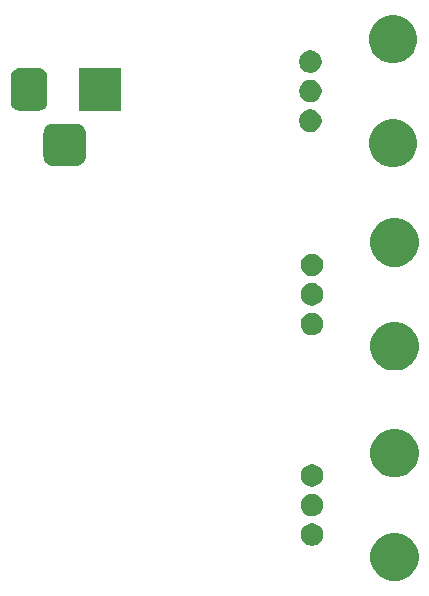
<source format=gbr>
G04 #@! TF.GenerationSoftware,KiCad,Pcbnew,5.0.2-bee76a0~70~ubuntu18.04.1*
G04 #@! TF.CreationDate,2019-12-16T19:01:30-05:00*
G04 #@! TF.ProjectId,LEDStuff,4c454453-7475-4666-962e-6b696361645f,rev?*
G04 #@! TF.SameCoordinates,Original*
G04 #@! TF.FileFunction,Soldermask,Bot*
G04 #@! TF.FilePolarity,Negative*
%FSLAX46Y46*%
G04 Gerber Fmt 4.6, Leading zero omitted, Abs format (unit mm)*
G04 Created by KiCad (PCBNEW 5.0.2-bee76a0~70~ubuntu18.04.1) date Mon 16 Dec 2019 07:01:30 PM EST*
%MOMM*%
%LPD*%
G01*
G04 APERTURE LIST*
%ADD10C,0.100000*%
G04 APERTURE END LIST*
D10*
G36*
X167173752Y-113338818D02*
X167173754Y-113338819D01*
X167173755Y-113338819D01*
X167547013Y-113493427D01*
X167838804Y-113688396D01*
X167882939Y-113717886D01*
X168168614Y-114003561D01*
X168168616Y-114003564D01*
X168393073Y-114339487D01*
X168547681Y-114712745D01*
X168626500Y-115108994D01*
X168626500Y-115513006D01*
X168547681Y-115909255D01*
X168393073Y-116282513D01*
X168393072Y-116282514D01*
X168168614Y-116618439D01*
X167882939Y-116904114D01*
X167882936Y-116904116D01*
X167547013Y-117128573D01*
X167173755Y-117283181D01*
X167173754Y-117283181D01*
X167173752Y-117283182D01*
X166777507Y-117362000D01*
X166373493Y-117362000D01*
X165977248Y-117283182D01*
X165977246Y-117283181D01*
X165977245Y-117283181D01*
X165603987Y-117128573D01*
X165268064Y-116904116D01*
X165268061Y-116904114D01*
X164982386Y-116618439D01*
X164757928Y-116282514D01*
X164757927Y-116282513D01*
X164603319Y-115909255D01*
X164524500Y-115513006D01*
X164524500Y-115108994D01*
X164603319Y-114712745D01*
X164757927Y-114339487D01*
X164982384Y-114003564D01*
X164982386Y-114003561D01*
X165268061Y-113717886D01*
X165312196Y-113688396D01*
X165603987Y-113493427D01*
X165977245Y-113338819D01*
X165977246Y-113338819D01*
X165977248Y-113338818D01*
X166373493Y-113260000D01*
X166777507Y-113260000D01*
X167173752Y-113338818D01*
X167173752Y-113338818D01*
G37*
G36*
X159852896Y-112496546D02*
X160025966Y-112568234D01*
X160181730Y-112672312D01*
X160314188Y-112804770D01*
X160418266Y-112960534D01*
X160489954Y-113133604D01*
X160526500Y-113317333D01*
X160526500Y-113504667D01*
X160489954Y-113688396D01*
X160418266Y-113861466D01*
X160314188Y-114017230D01*
X160181730Y-114149688D01*
X160025966Y-114253766D01*
X159852896Y-114325454D01*
X159669167Y-114362000D01*
X159481833Y-114362000D01*
X159298104Y-114325454D01*
X159125034Y-114253766D01*
X158969270Y-114149688D01*
X158836812Y-114017230D01*
X158732734Y-113861466D01*
X158661046Y-113688396D01*
X158624500Y-113504667D01*
X158624500Y-113317333D01*
X158661046Y-113133604D01*
X158732734Y-112960534D01*
X158836812Y-112804770D01*
X158969270Y-112672312D01*
X159125034Y-112568234D01*
X159298104Y-112496546D01*
X159481833Y-112460000D01*
X159669167Y-112460000D01*
X159852896Y-112496546D01*
X159852896Y-112496546D01*
G37*
G36*
X159852896Y-109996546D02*
X160025966Y-110068234D01*
X160181730Y-110172312D01*
X160314188Y-110304770D01*
X160418266Y-110460534D01*
X160489954Y-110633604D01*
X160526500Y-110817333D01*
X160526500Y-111004667D01*
X160489954Y-111188396D01*
X160418266Y-111361466D01*
X160314188Y-111517230D01*
X160181730Y-111649688D01*
X160025966Y-111753766D01*
X159852896Y-111825454D01*
X159669167Y-111862000D01*
X159481833Y-111862000D01*
X159298104Y-111825454D01*
X159125034Y-111753766D01*
X158969270Y-111649688D01*
X158836812Y-111517230D01*
X158732734Y-111361466D01*
X158661046Y-111188396D01*
X158624500Y-111004667D01*
X158624500Y-110817333D01*
X158661046Y-110633604D01*
X158732734Y-110460534D01*
X158836812Y-110304770D01*
X158969270Y-110172312D01*
X159125034Y-110068234D01*
X159298104Y-109996546D01*
X159481833Y-109960000D01*
X159669167Y-109960000D01*
X159852896Y-109996546D01*
X159852896Y-109996546D01*
G37*
G36*
X159852896Y-107496546D02*
X160025966Y-107568234D01*
X160181730Y-107672312D01*
X160314188Y-107804770D01*
X160418266Y-107960534D01*
X160489954Y-108133604D01*
X160526500Y-108317333D01*
X160526500Y-108504667D01*
X160489954Y-108688396D01*
X160418266Y-108861466D01*
X160314188Y-109017230D01*
X160181730Y-109149688D01*
X160025966Y-109253766D01*
X159852896Y-109325454D01*
X159669167Y-109362000D01*
X159481833Y-109362000D01*
X159298104Y-109325454D01*
X159125034Y-109253766D01*
X158969270Y-109149688D01*
X158836812Y-109017230D01*
X158732734Y-108861466D01*
X158661046Y-108688396D01*
X158624500Y-108504667D01*
X158624500Y-108317333D01*
X158661046Y-108133604D01*
X158732734Y-107960534D01*
X158836812Y-107804770D01*
X158969270Y-107672312D01*
X159125034Y-107568234D01*
X159298104Y-107496546D01*
X159481833Y-107460000D01*
X159669167Y-107460000D01*
X159852896Y-107496546D01*
X159852896Y-107496546D01*
G37*
G36*
X167173752Y-104538818D02*
X167173754Y-104538819D01*
X167173755Y-104538819D01*
X167547013Y-104693427D01*
X167547014Y-104693428D01*
X167882939Y-104917886D01*
X168168614Y-105203561D01*
X168168616Y-105203564D01*
X168393073Y-105539487D01*
X168547681Y-105912745D01*
X168626500Y-106308994D01*
X168626500Y-106713006D01*
X168547681Y-107109255D01*
X168393073Y-107482513D01*
X168335796Y-107568234D01*
X168168614Y-107818439D01*
X167882939Y-108104114D01*
X167882936Y-108104116D01*
X167547013Y-108328573D01*
X167173755Y-108483181D01*
X167173754Y-108483181D01*
X167173752Y-108483182D01*
X166777507Y-108562000D01*
X166373493Y-108562000D01*
X165977248Y-108483182D01*
X165977246Y-108483181D01*
X165977245Y-108483181D01*
X165603987Y-108328573D01*
X165268064Y-108104116D01*
X165268061Y-108104114D01*
X164982386Y-107818439D01*
X164815204Y-107568234D01*
X164757927Y-107482513D01*
X164603319Y-107109255D01*
X164524500Y-106713006D01*
X164524500Y-106308994D01*
X164603319Y-105912745D01*
X164757927Y-105539487D01*
X164982384Y-105203564D01*
X164982386Y-105203561D01*
X165268061Y-104917886D01*
X165603986Y-104693428D01*
X165603987Y-104693427D01*
X165977245Y-104538819D01*
X165977246Y-104538819D01*
X165977248Y-104538818D01*
X166373493Y-104460000D01*
X166777507Y-104460000D01*
X167173752Y-104538818D01*
X167173752Y-104538818D01*
G37*
G36*
X167173752Y-95495318D02*
X167173754Y-95495319D01*
X167173755Y-95495319D01*
X167547013Y-95649927D01*
X167838804Y-95844896D01*
X167882939Y-95874386D01*
X168168614Y-96160061D01*
X168168616Y-96160064D01*
X168393073Y-96495987D01*
X168547681Y-96869245D01*
X168626500Y-97265494D01*
X168626500Y-97669506D01*
X168547681Y-98065755D01*
X168393073Y-98439013D01*
X168393072Y-98439014D01*
X168168614Y-98774939D01*
X167882939Y-99060614D01*
X167882936Y-99060616D01*
X167547013Y-99285073D01*
X167173755Y-99439681D01*
X167173754Y-99439681D01*
X167173752Y-99439682D01*
X166777507Y-99518500D01*
X166373493Y-99518500D01*
X165977248Y-99439682D01*
X165977246Y-99439681D01*
X165977245Y-99439681D01*
X165603987Y-99285073D01*
X165268064Y-99060616D01*
X165268061Y-99060614D01*
X164982386Y-98774939D01*
X164757928Y-98439014D01*
X164757927Y-98439013D01*
X164603319Y-98065755D01*
X164524500Y-97669506D01*
X164524500Y-97265494D01*
X164603319Y-96869245D01*
X164757927Y-96495987D01*
X164982384Y-96160064D01*
X164982386Y-96160061D01*
X165268061Y-95874386D01*
X165312196Y-95844896D01*
X165603987Y-95649927D01*
X165977245Y-95495319D01*
X165977246Y-95495319D01*
X165977248Y-95495318D01*
X166373493Y-95416500D01*
X166777507Y-95416500D01*
X167173752Y-95495318D01*
X167173752Y-95495318D01*
G37*
G36*
X159852896Y-94653046D02*
X160025966Y-94724734D01*
X160181730Y-94828812D01*
X160314188Y-94961270D01*
X160418266Y-95117034D01*
X160489954Y-95290104D01*
X160526500Y-95473833D01*
X160526500Y-95661167D01*
X160489954Y-95844896D01*
X160418266Y-96017966D01*
X160314188Y-96173730D01*
X160181730Y-96306188D01*
X160025966Y-96410266D01*
X159852896Y-96481954D01*
X159669167Y-96518500D01*
X159481833Y-96518500D01*
X159298104Y-96481954D01*
X159125034Y-96410266D01*
X158969270Y-96306188D01*
X158836812Y-96173730D01*
X158732734Y-96017966D01*
X158661046Y-95844896D01*
X158624500Y-95661167D01*
X158624500Y-95473833D01*
X158661046Y-95290104D01*
X158732734Y-95117034D01*
X158836812Y-94961270D01*
X158969270Y-94828812D01*
X159125034Y-94724734D01*
X159298104Y-94653046D01*
X159481833Y-94616500D01*
X159669167Y-94616500D01*
X159852896Y-94653046D01*
X159852896Y-94653046D01*
G37*
G36*
X159852896Y-92153046D02*
X160025966Y-92224734D01*
X160181730Y-92328812D01*
X160314188Y-92461270D01*
X160418266Y-92617034D01*
X160489954Y-92790104D01*
X160526500Y-92973833D01*
X160526500Y-93161167D01*
X160489954Y-93344896D01*
X160418266Y-93517966D01*
X160314188Y-93673730D01*
X160181730Y-93806188D01*
X160025966Y-93910266D01*
X159852896Y-93981954D01*
X159669167Y-94018500D01*
X159481833Y-94018500D01*
X159298104Y-93981954D01*
X159125034Y-93910266D01*
X158969270Y-93806188D01*
X158836812Y-93673730D01*
X158732734Y-93517966D01*
X158661046Y-93344896D01*
X158624500Y-93161167D01*
X158624500Y-92973833D01*
X158661046Y-92790104D01*
X158732734Y-92617034D01*
X158836812Y-92461270D01*
X158969270Y-92328812D01*
X159125034Y-92224734D01*
X159298104Y-92153046D01*
X159481833Y-92116500D01*
X159669167Y-92116500D01*
X159852896Y-92153046D01*
X159852896Y-92153046D01*
G37*
G36*
X159852896Y-89653046D02*
X160025966Y-89724734D01*
X160181730Y-89828812D01*
X160314188Y-89961270D01*
X160418266Y-90117034D01*
X160489954Y-90290104D01*
X160526500Y-90473833D01*
X160526500Y-90661167D01*
X160489954Y-90844896D01*
X160418266Y-91017966D01*
X160314188Y-91173730D01*
X160181730Y-91306188D01*
X160025966Y-91410266D01*
X159852896Y-91481954D01*
X159669167Y-91518500D01*
X159481833Y-91518500D01*
X159298104Y-91481954D01*
X159125034Y-91410266D01*
X158969270Y-91306188D01*
X158836812Y-91173730D01*
X158732734Y-91017966D01*
X158661046Y-90844896D01*
X158624500Y-90661167D01*
X158624500Y-90473833D01*
X158661046Y-90290104D01*
X158732734Y-90117034D01*
X158836812Y-89961270D01*
X158969270Y-89828812D01*
X159125034Y-89724734D01*
X159298104Y-89653046D01*
X159481833Y-89616500D01*
X159669167Y-89616500D01*
X159852896Y-89653046D01*
X159852896Y-89653046D01*
G37*
G36*
X167173752Y-86695318D02*
X167173754Y-86695319D01*
X167173755Y-86695319D01*
X167547013Y-86849927D01*
X167547014Y-86849928D01*
X167882939Y-87074386D01*
X168168614Y-87360061D01*
X168168616Y-87360064D01*
X168393073Y-87695987D01*
X168547681Y-88069245D01*
X168626500Y-88465494D01*
X168626500Y-88869506D01*
X168547681Y-89265755D01*
X168393073Y-89639013D01*
X168335796Y-89724734D01*
X168168614Y-89974939D01*
X167882939Y-90260614D01*
X167882936Y-90260616D01*
X167547013Y-90485073D01*
X167173755Y-90639681D01*
X167173754Y-90639681D01*
X167173752Y-90639682D01*
X166777507Y-90718500D01*
X166373493Y-90718500D01*
X165977248Y-90639682D01*
X165977246Y-90639681D01*
X165977245Y-90639681D01*
X165603987Y-90485073D01*
X165268064Y-90260616D01*
X165268061Y-90260614D01*
X164982386Y-89974939D01*
X164815204Y-89724734D01*
X164757927Y-89639013D01*
X164603319Y-89265755D01*
X164524500Y-88869506D01*
X164524500Y-88465494D01*
X164603319Y-88069245D01*
X164757927Y-87695987D01*
X164982384Y-87360064D01*
X164982386Y-87360061D01*
X165268061Y-87074386D01*
X165603986Y-86849928D01*
X165603987Y-86849927D01*
X165977245Y-86695319D01*
X165977246Y-86695319D01*
X165977248Y-86695318D01*
X166373493Y-86616500D01*
X166777507Y-86616500D01*
X167173752Y-86695318D01*
X167173752Y-86695318D01*
G37*
G36*
X167046752Y-78299518D02*
X167046754Y-78299519D01*
X167046755Y-78299519D01*
X167420013Y-78454127D01*
X167662871Y-78616400D01*
X167755939Y-78678586D01*
X168041614Y-78964261D01*
X168041616Y-78964264D01*
X168266073Y-79300187D01*
X168420681Y-79673445D01*
X168499500Y-80069694D01*
X168499500Y-80473706D01*
X168420681Y-80869955D01*
X168266073Y-81243213D01*
X168044643Y-81574605D01*
X168041614Y-81579139D01*
X167755939Y-81864814D01*
X167755936Y-81864816D01*
X167420013Y-82089273D01*
X167046755Y-82243881D01*
X167046754Y-82243881D01*
X167046752Y-82243882D01*
X166650507Y-82322700D01*
X166246493Y-82322700D01*
X165850248Y-82243882D01*
X165850246Y-82243881D01*
X165850245Y-82243881D01*
X165476987Y-82089273D01*
X165141064Y-81864816D01*
X165141061Y-81864814D01*
X164855386Y-81579139D01*
X164852357Y-81574605D01*
X164630927Y-81243213D01*
X164476319Y-80869955D01*
X164397500Y-80473706D01*
X164397500Y-80069694D01*
X164476319Y-79673445D01*
X164630927Y-79300187D01*
X164855384Y-78964264D01*
X164855386Y-78964261D01*
X165141061Y-78678586D01*
X165234129Y-78616400D01*
X165476987Y-78454127D01*
X165850245Y-78299519D01*
X165850246Y-78299519D01*
X165850248Y-78299518D01*
X166246493Y-78220700D01*
X166650507Y-78220700D01*
X167046752Y-78299518D01*
X167046752Y-78299518D01*
G37*
G36*
X139769466Y-78633095D02*
X139926558Y-78680748D01*
X140071330Y-78758131D01*
X140198228Y-78862272D01*
X140302369Y-78989170D01*
X140379752Y-79133942D01*
X140427405Y-79291034D01*
X140444100Y-79460540D01*
X140444100Y-81374260D01*
X140427405Y-81543766D01*
X140379752Y-81700858D01*
X140302369Y-81845630D01*
X140198228Y-81972528D01*
X140071330Y-82076669D01*
X139926558Y-82154052D01*
X139769466Y-82201705D01*
X139599960Y-82218400D01*
X137686240Y-82218400D01*
X137516734Y-82201705D01*
X137359642Y-82154052D01*
X137214870Y-82076669D01*
X137087972Y-81972528D01*
X136983831Y-81845630D01*
X136906448Y-81700858D01*
X136858795Y-81543766D01*
X136842100Y-81374260D01*
X136842100Y-79460540D01*
X136858795Y-79291034D01*
X136906448Y-79133942D01*
X136983831Y-78989170D01*
X137087972Y-78862272D01*
X137214870Y-78758131D01*
X137359642Y-78680748D01*
X137516734Y-78633095D01*
X137686240Y-78616400D01*
X139599960Y-78616400D01*
X139769466Y-78633095D01*
X139769466Y-78633095D01*
G37*
G36*
X159725896Y-77457246D02*
X159898966Y-77528934D01*
X160054730Y-77633012D01*
X160187188Y-77765470D01*
X160291266Y-77921234D01*
X160362954Y-78094304D01*
X160399500Y-78278033D01*
X160399500Y-78465367D01*
X160362954Y-78649096D01*
X160291266Y-78822166D01*
X160187188Y-78977930D01*
X160054730Y-79110388D01*
X159898966Y-79214466D01*
X159725896Y-79286154D01*
X159542167Y-79322700D01*
X159354833Y-79322700D01*
X159171104Y-79286154D01*
X158998034Y-79214466D01*
X158842270Y-79110388D01*
X158709812Y-78977930D01*
X158605734Y-78822166D01*
X158534046Y-78649096D01*
X158497500Y-78465367D01*
X158497500Y-78278033D01*
X158534046Y-78094304D01*
X158605734Y-77921234D01*
X158709812Y-77765470D01*
X158842270Y-77633012D01*
X158998034Y-77528934D01*
X159171104Y-77457246D01*
X159354833Y-77420700D01*
X159542167Y-77420700D01*
X159725896Y-77457246D01*
X159725896Y-77457246D01*
G37*
G36*
X143444100Y-77518400D02*
X139842100Y-77518400D01*
X139842100Y-73916400D01*
X143444100Y-73916400D01*
X143444100Y-77518400D01*
X143444100Y-77518400D01*
G37*
G36*
X136620078Y-73930693D02*
X136753727Y-73971235D01*
X136876882Y-74037062D01*
X136984839Y-74125661D01*
X137073438Y-74233618D01*
X137139265Y-74356773D01*
X137179807Y-74490422D01*
X137194100Y-74635540D01*
X137194100Y-76799260D01*
X137179807Y-76944378D01*
X137139265Y-77078027D01*
X137073438Y-77201182D01*
X136984839Y-77309139D01*
X136876882Y-77397738D01*
X136753727Y-77463565D01*
X136620078Y-77504107D01*
X136474960Y-77518400D01*
X134811240Y-77518400D01*
X134666122Y-77504107D01*
X134532473Y-77463565D01*
X134409318Y-77397738D01*
X134301361Y-77309139D01*
X134212762Y-77201182D01*
X134146935Y-77078027D01*
X134106393Y-76944378D01*
X134092100Y-76799260D01*
X134092100Y-74635540D01*
X134106393Y-74490422D01*
X134146935Y-74356773D01*
X134212762Y-74233618D01*
X134301361Y-74125661D01*
X134409318Y-74037062D01*
X134532473Y-73971235D01*
X134666122Y-73930693D01*
X134811240Y-73916400D01*
X136474960Y-73916400D01*
X136620078Y-73930693D01*
X136620078Y-73930693D01*
G37*
G36*
X159725896Y-74957246D02*
X159898966Y-75028934D01*
X160054730Y-75133012D01*
X160187188Y-75265470D01*
X160291266Y-75421234D01*
X160362954Y-75594304D01*
X160399500Y-75778033D01*
X160399500Y-75965367D01*
X160362954Y-76149096D01*
X160291266Y-76322166D01*
X160187188Y-76477930D01*
X160054730Y-76610388D01*
X159898966Y-76714466D01*
X159725896Y-76786154D01*
X159542167Y-76822700D01*
X159354833Y-76822700D01*
X159171104Y-76786154D01*
X158998034Y-76714466D01*
X158842270Y-76610388D01*
X158709812Y-76477930D01*
X158605734Y-76322166D01*
X158534046Y-76149096D01*
X158497500Y-75965367D01*
X158497500Y-75778033D01*
X158534046Y-75594304D01*
X158605734Y-75421234D01*
X158709812Y-75265470D01*
X158842270Y-75133012D01*
X158998034Y-75028934D01*
X159171104Y-74957246D01*
X159354833Y-74920700D01*
X159542167Y-74920700D01*
X159725896Y-74957246D01*
X159725896Y-74957246D01*
G37*
G36*
X159725896Y-72457246D02*
X159898966Y-72528934D01*
X160054730Y-72633012D01*
X160187188Y-72765470D01*
X160291266Y-72921234D01*
X160362954Y-73094304D01*
X160399500Y-73278033D01*
X160399500Y-73465367D01*
X160362954Y-73649096D01*
X160291266Y-73822166D01*
X160187188Y-73977930D01*
X160054730Y-74110388D01*
X159898966Y-74214466D01*
X159725896Y-74286154D01*
X159542167Y-74322700D01*
X159354833Y-74322700D01*
X159171104Y-74286154D01*
X158998034Y-74214466D01*
X158842270Y-74110388D01*
X158709812Y-73977930D01*
X158605734Y-73822166D01*
X158534046Y-73649096D01*
X158497500Y-73465367D01*
X158497500Y-73278033D01*
X158534046Y-73094304D01*
X158605734Y-72921234D01*
X158709812Y-72765470D01*
X158842270Y-72633012D01*
X158998034Y-72528934D01*
X159171104Y-72457246D01*
X159354833Y-72420700D01*
X159542167Y-72420700D01*
X159725896Y-72457246D01*
X159725896Y-72457246D01*
G37*
G36*
X167046752Y-69499518D02*
X167046754Y-69499519D01*
X167046755Y-69499519D01*
X167420013Y-69654127D01*
X167420014Y-69654128D01*
X167755939Y-69878586D01*
X168041614Y-70164261D01*
X168041616Y-70164264D01*
X168266073Y-70500187D01*
X168420681Y-70873445D01*
X168499500Y-71269694D01*
X168499500Y-71673706D01*
X168420681Y-72069955D01*
X168266073Y-72443213D01*
X168208796Y-72528934D01*
X168041614Y-72779139D01*
X167755939Y-73064814D01*
X167755936Y-73064816D01*
X167420013Y-73289273D01*
X167046755Y-73443881D01*
X167046754Y-73443881D01*
X167046752Y-73443882D01*
X166650507Y-73522700D01*
X166246493Y-73522700D01*
X165850248Y-73443882D01*
X165850246Y-73443881D01*
X165850245Y-73443881D01*
X165476987Y-73289273D01*
X165141064Y-73064816D01*
X165141061Y-73064814D01*
X164855386Y-72779139D01*
X164688204Y-72528934D01*
X164630927Y-72443213D01*
X164476319Y-72069955D01*
X164397500Y-71673706D01*
X164397500Y-71269694D01*
X164476319Y-70873445D01*
X164630927Y-70500187D01*
X164855384Y-70164264D01*
X164855386Y-70164261D01*
X165141061Y-69878586D01*
X165476986Y-69654128D01*
X165476987Y-69654127D01*
X165850245Y-69499519D01*
X165850246Y-69499519D01*
X165850248Y-69499518D01*
X166246493Y-69420700D01*
X166650507Y-69420700D01*
X167046752Y-69499518D01*
X167046752Y-69499518D01*
G37*
M02*

</source>
